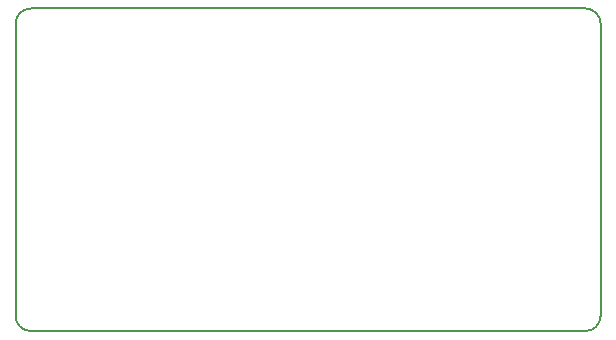
<source format=gbr>
G04 #@! TF.FileFunction,Profile,NP*
%FSLAX46Y46*%
G04 Gerber Fmt 4.6, Leading zero omitted, Abs format (unit mm)*
G04 Created by KiCad (PCBNEW 4.0.2+e4-6225~38~ubuntu15.04.1-stable) date di 02 aug 2016 05:28:45 CEST*
%MOMM*%
G01*
G04 APERTURE LIST*
%ADD10C,0.100000*%
%ADD11C,0.150000*%
G04 APERTURE END LIST*
D10*
D11*
X139700000Y-107315000D02*
G75*
G03X138430000Y-108585000I0J-1270000D01*
G01*
X138430000Y-133350000D02*
G75*
G03X139700000Y-134620000I1270000J0D01*
G01*
X186690000Y-134620000D02*
G75*
G03X187960000Y-133350000I0J1270000D01*
G01*
X187960000Y-108585000D02*
G75*
G03X186690000Y-107315000I-1270000J0D01*
G01*
X186690000Y-107315000D02*
X139700000Y-107315000D01*
X187960000Y-133350000D02*
X187960000Y-108585000D01*
X139700000Y-134620000D02*
X186690000Y-134620000D01*
X138430000Y-108585000D02*
X138430000Y-133350000D01*
M02*

</source>
